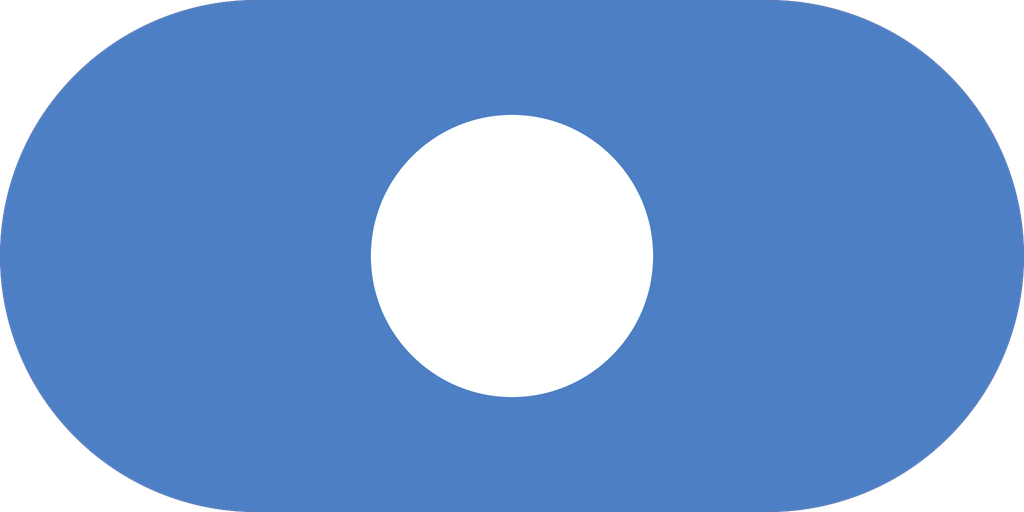
<source format=kicad_pcb>
(kicad_pcb (version 20171130) (host pcbnew "(5.0.0)")

  (general
    (thickness 1.6)
    (drawings 0)
    (tracks 0)
    (zones 0)
    (modules 1)
    (nets 1)
  )

  (page A4)
  (layers
    (0 F.Cu signal)
    (31 B.Cu signal)
    (32 B.Adhes user)
    (33 F.Adhes user)
    (34 B.Paste user)
    (35 F.Paste user)
    (36 B.SilkS user)
    (37 F.SilkS user)
    (38 B.Mask user)
    (39 F.Mask user)
    (40 Dwgs.User user)
    (41 Cmts.User user)
    (42 Eco1.User user)
    (43 Eco2.User user)
    (44 Edge.Cuts user)
    (45 Margin user)
    (46 B.CrtYd user)
    (47 F.CrtYd user)
    (48 B.Fab user)
    (49 F.Fab user)
  )

  (setup
    (last_trace_width 0.25)
    (trace_clearance 0.2)
    (zone_clearance 0.508)
    (zone_45_only no)
    (trace_min 0.2)
    (segment_width 0.2)
    (edge_width 0.15)
    (via_size 0.8)
    (via_drill 0.4)
    (via_min_size 0.4)
    (via_min_drill 0.3)
    (uvia_size 0.3)
    (uvia_drill 0.1)
    (uvias_allowed no)
    (uvia_min_size 0.2)
    (uvia_min_drill 0.1)
    (pcb_text_width 0.3)
    (pcb_text_size 1.5 1.5)
    (mod_edge_width 0.15)
    (mod_text_size 1 1)
    (mod_text_width 0.15)
    (pad_size 1.524 1.524)
    (pad_drill 0.762)
    (pad_to_mask_clearance 0.2)
    (aux_axis_origin 0 0)
    (visible_elements FFFFFF7F)
    (pcbplotparams
      (layerselection 0x010fc_ffffffff)
      (usegerberextensions false)
      (usegerberattributes false)
      (usegerberadvancedattributes false)
      (creategerberjobfile false)
      (excludeedgelayer true)
      (linewidth 0.100000)
      (plotframeref false)
      (viasonmask false)
      (mode 1)
      (useauxorigin false)
      (hpglpennumber 1)
      (hpglpenspeed 20)
      (hpglpendiameter 15.000000)
      (psnegative false)
      (psa4output false)
      (plotreference true)
      (plotvalue true)
      (plotinvisibletext false)
      (padsonsilk false)
      (subtractmaskfromsilk false)
      (outputformat 1)
      (mirror false)
      (drillshape 1)
      (scaleselection 1)
      (outputdirectory ""))
  )

  (net 0 "")

  (net_class Default "This is the default net class."
    (clearance 0.2)
    (trace_width 0.25)
    (via_dia 0.8)
    (via_drill 0.4)
    (uvia_dia 0.3)
    (uvia_drill 0.1)
  )

  (module adafruit:1X1-BIGPOGO (layer F.Cu) (tedit 0) (tstamp 5BB10974)
    (at 110.49 96.52)
    (fp_text reference "" (at 0 0) (layer F.SilkS)
      (effects (font (size 1.27 1.27) (thickness 0.15)))
    )
    (fp_text value "" (at 0 0) (layer F.SilkS)
      (effects (font (size 1.27 1.27) (thickness 0.15)))
    )
    (pad P$1 thru_hole oval (at 0 0) (size 5.08 2.54) (drill 1.4) (layers *.Cu *.Mask)
      (solder_mask_margin 0.1016))
  )

)

</source>
